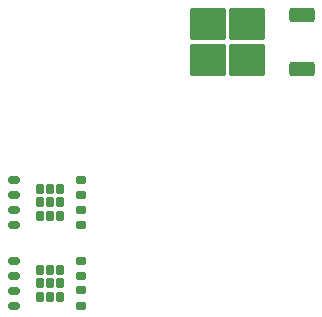
<source format=gbr>
%TF.GenerationSoftware,KiCad,Pcbnew,7.0.11*%
%TF.CreationDate,2025-01-11T16:00:56+09:00*%
%TF.ProjectId,Kicker,4b69636b-6572-42e6-9b69-6361645f7063,rev?*%
%TF.SameCoordinates,Original*%
%TF.FileFunction,Paste,Top*%
%TF.FilePolarity,Positive*%
%FSLAX46Y46*%
G04 Gerber Fmt 4.6, Leading zero omitted, Abs format (unit mm)*
G04 Created by KiCad (PCBNEW 7.0.11) date 2025-01-11 16:00:56*
%MOMM*%
%LPD*%
G01*
G04 APERTURE LIST*
G04 Aperture macros list*
%AMRoundRect*
0 Rectangle with rounded corners*
0 $1 Rounding radius*
0 $2 $3 $4 $5 $6 $7 $8 $9 X,Y pos of 4 corners*
0 Add a 4 corners polygon primitive as box body*
4,1,4,$2,$3,$4,$5,$6,$7,$8,$9,$2,$3,0*
0 Add four circle primitives for the rounded corners*
1,1,$1+$1,$2,$3*
1,1,$1+$1,$4,$5*
1,1,$1+$1,$6,$7*
1,1,$1+$1,$8,$9*
0 Add four rect primitives between the rounded corners*
20,1,$1+$1,$2,$3,$4,$5,0*
20,1,$1+$1,$4,$5,$6,$7,0*
20,1,$1+$1,$6,$7,$8,$9,0*
20,1,$1+$1,$8,$9,$2,$3,0*%
G04 Aperture macros list end*
%ADD10RoundRect,0.150000X-0.150000X-0.300000X0.150000X-0.300000X0.150000X0.300000X-0.150000X0.300000X0*%
%ADD11RoundRect,0.150000X-0.300000X0.150000X-0.300000X-0.150000X0.300000X-0.150000X0.300000X0.150000X0*%
%ADD12RoundRect,0.150000X-0.375000X0.150000X-0.375000X-0.150000X0.375000X-0.150000X0.375000X0.150000X0*%
%ADD13RoundRect,0.250000X0.850000X0.350000X-0.850000X0.350000X-0.850000X-0.350000X0.850000X-0.350000X0*%
%ADD14RoundRect,0.250000X1.275000X1.125000X-1.275000X1.125000X-1.275000X-1.125000X1.275000X-1.125000X0*%
G04 APERTURE END LIST*
D10*
%TO.C,Q3*%
X154824000Y-102870000D03*
X154824000Y-104020000D03*
X154824000Y-105170000D03*
X155674000Y-102870000D03*
X155674000Y-104020000D03*
X155674000Y-105170000D03*
X156524000Y-102870000D03*
X156524000Y-104020000D03*
X156524000Y-105170000D03*
D11*
X158374000Y-102140000D03*
X158374000Y-103420000D03*
X158374000Y-104620000D03*
X158374000Y-105900000D03*
D12*
X152654000Y-102110000D03*
X152654000Y-103380000D03*
X152654000Y-104660000D03*
X152654000Y-105930000D03*
%TD*%
D10*
%TO.C,Q2*%
X154824000Y-109716000D03*
X154824000Y-110866000D03*
X154824000Y-112016000D03*
X155674000Y-109716000D03*
X155674000Y-110866000D03*
X155674000Y-112016000D03*
X156524000Y-109716000D03*
X156524000Y-110866000D03*
X156524000Y-112016000D03*
D11*
X158374000Y-108986000D03*
X158374000Y-110266000D03*
X158374000Y-111466000D03*
X158374000Y-112746000D03*
D12*
X152654000Y-108956000D03*
X152654000Y-110226000D03*
X152654000Y-111506000D03*
X152654000Y-112776000D03*
%TD*%
D13*
%TO.C,Q1*%
X177038000Y-88141500D03*
D14*
X169063000Y-88896500D03*
X169063000Y-91946500D03*
X172413000Y-88896500D03*
X172413000Y-91946500D03*
D13*
X177038000Y-92701500D03*
%TD*%
M02*

</source>
